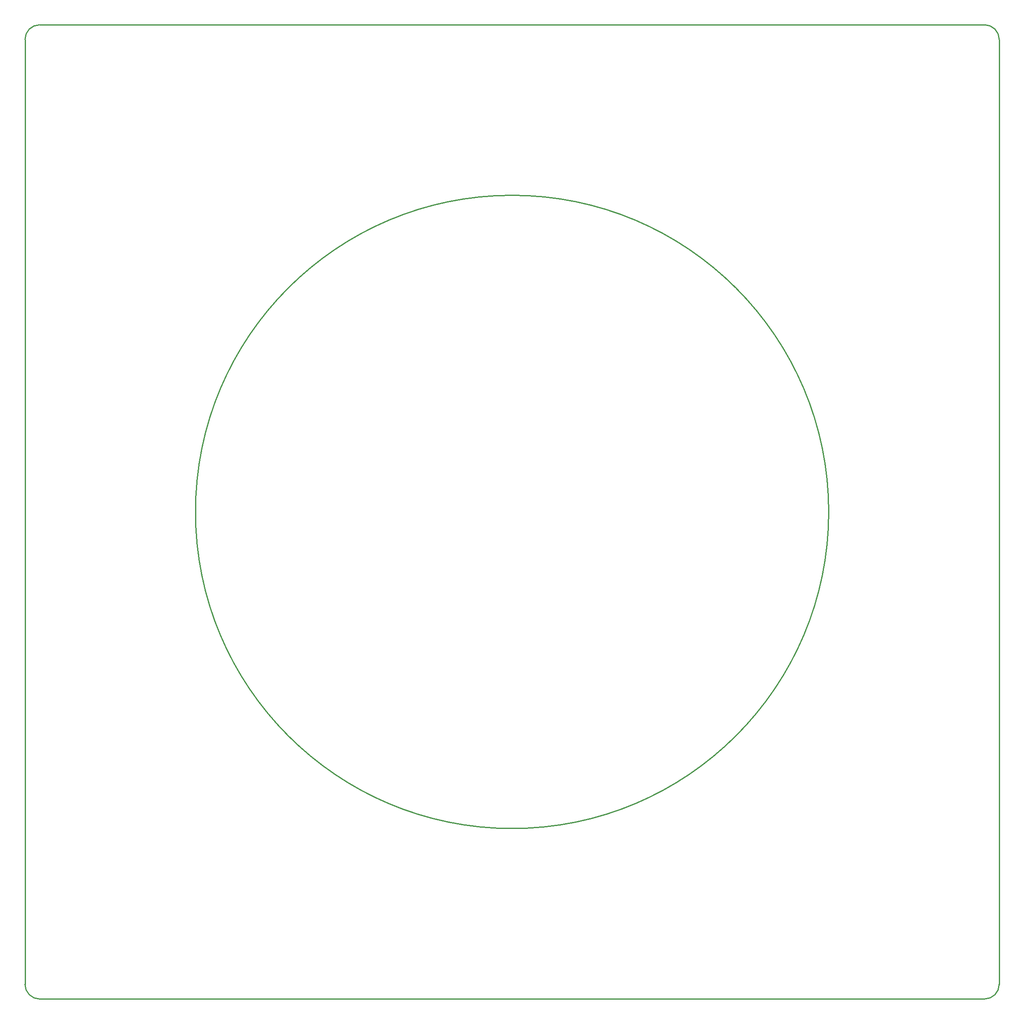
<source format=gm1>
G04*
G04 #@! TF.GenerationSoftware,Altium Limited,Altium Designer,25.7.1 (20)*
G04*
G04 Layer_Color=16711935*
%FSLAX44Y44*%
%MOMM*%
G71*
G04*
G04 #@! TF.SameCoordinates,4ED686BE-EAE9-4F8A-9F21-0B2D34900B11*
G04*
G04*
G04 #@! TF.FilePolarity,Positive*
G04*
G01*
G75*
%ADD12C,0.2540*%
D12*
X-1000000Y-970000D02*
G03*
X-970000Y-1000000I30000J0D01*
G01*
X970000Y-1000000D02*
G03*
X1000000Y-970000I0J30000D01*
G01*
X1000000Y970000D02*
G03*
X970000Y1000000I-30000J0D01*
G01*
X-970000Y1000000D02*
G03*
X-1000000Y970000I0J-30000D01*
G01*
X650000Y0D02*
G03*
X650000Y0I-650000J0D01*
G01*
X-970000Y1000000D02*
X970000D01*
X1000000Y-970000D02*
Y970000D01*
X-970000Y-1000000D02*
X970000D01*
X-1000000Y-970000D02*
X-1000000Y970000D01*
X-970000Y-1000000D02*
Y-1000000D01*
M02*

</source>
